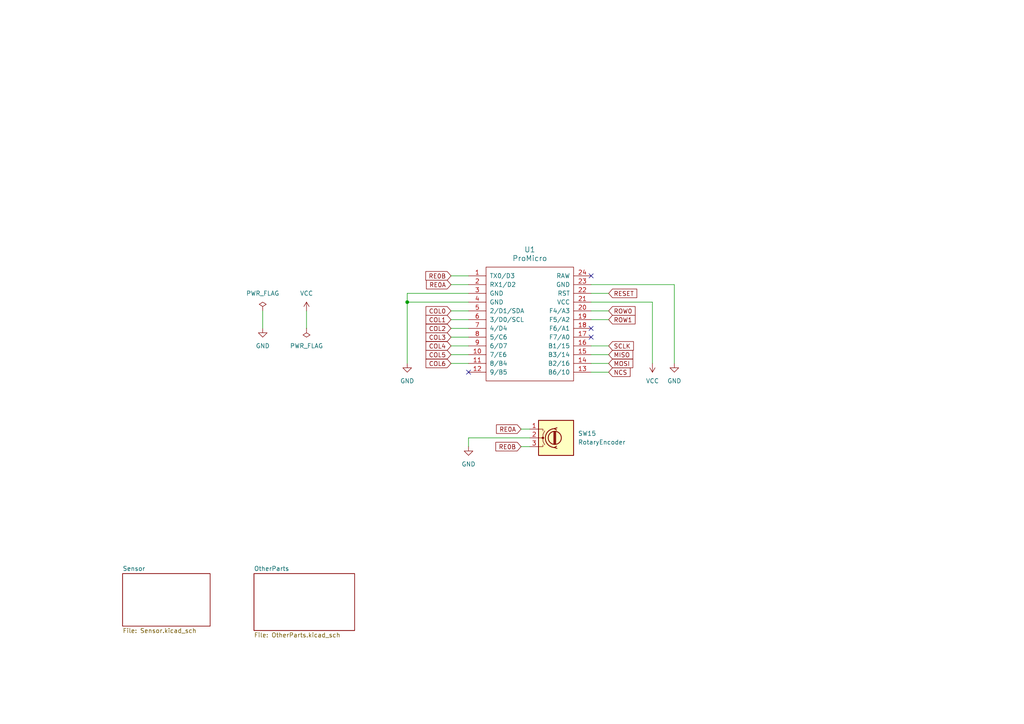
<source format=kicad_sch>
(kicad_sch (version 20230121) (generator eeschema)
  (paper "A4")
  (lib_symbols
    (symbol "Device:RotaryEncoder" (pin_names (offset 0.254) hide)
      (property "Reference" "SW15" (at 6.35 1.27 0))
      (property "Value" "RotaryEncoder" (at 6.35 -1.27 0))
      (symbol "RotaryEncoder_0_1"
        (rectangle (start -5.08 5.08) (end 5.08 -5.08) (stroke (width 0.254)) (fill (type background)))
        (circle (center -3.81 0) (radius 0.254) (fill (type outline)))
        (circle (center -0.381 0) (radius 1.905) (stroke (width 0.254)))
        (arc (start -0.381 2.667) (mid -3.0988 -0.0635) (end -0.381 -2.794) (stroke (width 0.254)))
        (polyline (pts (xy -0.635 -1.778) (xy -0.635 1.778)) (stroke (width 0.254)))
        (polyline (pts (xy -0.381 -1.778) (xy -0.381 1.778)) (stroke (width 0.254)))
        (polyline (pts (xy -0.127 1.778) (xy -0.127 -1.778)) (stroke (width 0.254)))
        (polyline (pts (xy -5.08 -2.54) (xy -3.81 -2.54) (xy -3.81 -2.032)))
        (polyline (pts (xy -5.08 2.54) (xy -3.81 2.54) (xy -3.81 2.032)))
        (polyline (pts (xy 0.254 -3.048) (xy -0.508 -2.794) (xy 0.127 -2.413)) (stroke (width 0.254)))
        (polyline (pts (xy 0.254 2.921) (xy -0.508 2.667) (xy 0.127 2.286)) (stroke (width 0.254)))
        (polyline (pts (xy -5.08 0) (xy -3.81 0) (xy -3.81 -1.016) (xy -3.302 -2.032)))
        (polyline (pts (xy -4.318 0) (xy -3.81 0) (xy -3.81 1.016) (xy -3.302 2.032)))
      )
      (symbol "RotaryEncoder_1_1"
        (pin passive line (at -7.62 2.54 0) (length 2.54) (name "A") (number "1"))
        (pin passive line (at -7.62 0 0) (length 2.54) (name "2") (number "2"))
        (pin passive line (at -7.62 -2.54 0) (length 2.54) (name "3") (number "3"))
      )
    )
    (symbol "kbd:ProMicro" (pin_names (offset 1.016))
      (property "Reference" "U" (at 0 19.05 0))
      (property "Value" "ProMicro" (at 0 -19.05 0))
      (symbol "ProMicro_0_1"
        (rectangle (start -12.7 16.51) (end 12.7 -16.51))
      )
      (symbol "ProMicro_1_1"
        (pin bidirectional line (at -17.78 13.97 0) (length 5.08) (name "TX0/D3") (number "1"))
        (pin bidirectional line (at -17.78 -8.89 0) (length 5.08) (name "7/E6") (number "10"))
        (pin bidirectional line (at -17.78 -11.43 0) (length 5.08) (name "8/B4") (number "11"))
        (pin bidirectional line (at -17.78 -13.97 0) (length 5.08) (name "9/B5") (number "12"))
        (pin bidirectional line (at 17.78 -13.97 180) (length 5.08) (name "B6/10") (number "13"))
        (pin bidirectional line (at 17.78 -11.43 180) (length 5.08) (name "B2/16") (number "14"))
        (pin bidirectional line (at 17.78 -8.89 180) (length 5.08) (name "B3/14") (number "15"))
        (pin bidirectional line (at 17.78 -6.35 180) (length 5.08) (name "B1/15") (number "16"))
        (pin bidirectional line (at 17.78 -3.81 180) (length 5.08) (name "F7/A0") (number "17"))
        (pin bidirectional line (at 17.78 -1.27 180) (length 5.08) (name "F6/A1") (number "18"))
        (pin bidirectional line (at 17.78 1.27 180) (length 5.08) (name "F5/A2") (number "19"))
        (pin bidirectional line (at -17.78 11.43 0) (length 5.08) (name "RX1/D2") (number "2"))
        (pin bidirectional line (at 17.78 3.81 180) (length 5.08) (name "F4/A3") (number "20"))
        (pin power_in line (at 17.78 6.35 180) (length 5.08) (name "VCC") (number "21"))
        (pin input line (at 17.78 8.89 180) (length 5.08) (name "RST") (number "22"))
        (pin power_in line (at 17.78 11.43 180) (length 5.08) (name "GND") (number "23"))
        (pin power_out line (at 17.78 13.97 180) (length 5.08) (name "RAW") (number "24"))
        (pin power_in line (at -17.78 8.89 0) (length 5.08) (name "GND") (number "3"))
        (pin power_in line (at -17.78 6.35 0) (length 5.08) (name "GND") (number "4"))
        (pin bidirectional line (at -17.78 3.81 0) (length 5.08) (name "2/D1/SDA") (number "5"))
        (pin bidirectional line (at -17.78 1.27 0) (length 5.08) (name "3/D0/SCL") (number "6"))
        (pin bidirectional line (at -17.78 -1.27 0) (length 5.08) (name "4/D4") (number "7"))
        (pin bidirectional line (at -17.78 -3.81 0) (length 5.08) (name "5/C6") (number "8"))
        (pin bidirectional line (at -17.78 -6.35 0) (length 5.08) (name "6/D7") (number "9"))
      )
    )
    (symbol "power:GND" (power) (pin_names (offset 0))
      (property "Value" "GND" (at 0 -3.81 0))
      (symbol "GND_0_1"
        (polyline (pts (xy 0 0) (xy 0 -1.27) (xy 1.27 -1.27) (xy 0 -2.54) (xy -1.27 -1.27) (xy 0 -1.27)))
      )
      (symbol "GND_1_1"
        (pin power_in line (at 0 0 270) (length 0) hide (name "GND") (number "1"))
      )
    )
    (symbol "power:PWR_FLAG" (power) (pin_numbers hide) (pin_names (offset 0) hide)
      (property "Value" "PWR_FLAG" (at 0 3.81 0))
      (symbol "PWR_FLAG_0_0"
        (pin power_out line (at 0 0 90) (length 0) (name "pwr") (number "1"))
      )
      (symbol "PWR_FLAG_0_1"
        (polyline (pts (xy 0 0) (xy 0 1.27) (xy -1.016 1.905) (xy 0 2.54) (xy 1.016 1.905) (xy 0 1.27)))
      )
    )
    (symbol "power:VCC" (power) (pin_names (offset 0))
      (property "Value" "VCC" (at 0 3.81 0))
      (symbol "VCC_0_1"
        (polyline (pts (xy -0.762 1.27) (xy 0 2.54)))
        (polyline (pts (xy 0 0) (xy 0 2.54)))
        (polyline (pts (xy 0 2.54) (xy 0.762 1.27)))
      )
      (symbol "VCC_1_1"
        (pin power_in line (at 0 0 90) (length 0) hide (name "VCC") (number "1"))
      )
    )
  )
  (junction (at 118.11 87.63))
  (no_connect (at 171.45 97.79))
  (no_connect (at 171.45 95.25))
  (no_connect (at 135.89 107.95))
  (no_connect (at 171.45 80.01))
  (wire (pts (xy 130.81 80.01) (xy 135.89 80.01)))
  (wire (pts (xy 135.89 127) (xy 153.67 127)))
  (wire (pts (xy 118.11 87.63) (xy 135.89 87.63)))
  (wire (pts (xy 176.53 90.17) (xy 171.45 90.17)))
  (wire (pts (xy 130.81 102.87) (xy 135.89 102.87)))
  (wire (pts (xy 135.89 85.09) (xy 118.11 85.09)))
  (wire (pts (xy 130.81 92.71) (xy 135.89 92.71)))
  (wire (pts (xy 176.53 102.87) (xy 171.45 102.87)))
  (wire (pts (xy 195.58 82.55) (xy 171.45 82.55)))
  (wire (pts (xy 88.9 90.17) (xy 88.9 95.25)))
  (wire (pts (xy 130.81 82.55) (xy 135.89 82.55)))
  (wire (pts (xy 151.13 129.54) (xy 153.67 129.54)))
  (wire (pts (xy 171.45 87.63) (xy 189.23 87.63)))
  (wire (pts (xy 76.2 90.17) (xy 76.2 95.25)))
  (wire (pts (xy 118.11 87.63) (xy 118.11 105.41)))
  (wire (pts (xy 176.53 105.41) (xy 171.45 105.41)))
  (wire (pts (xy 189.23 87.63) (xy 189.23 105.41)))
  (wire (pts (xy 176.53 107.95) (xy 171.45 107.95)))
  (wire (pts (xy 130.81 90.17) (xy 135.89 90.17)))
  (wire (pts (xy 130.81 97.79) (xy 135.89 97.79)))
  (wire (pts (xy 195.58 82.55) (xy 195.58 105.41)))
  (wire (pts (xy 171.45 85.09) (xy 176.53 85.09)))
  (wire (pts (xy 176.53 92.71) (xy 171.45 92.71)))
  (wire (pts (xy 118.11 85.09) (xy 118.11 87.63)))
  (wire (pts (xy 176.53 100.33) (xy 171.45 100.33)))
  (wire (pts (xy 130.81 100.33) (xy 135.89 100.33)))
  (wire (pts (xy 130.81 105.41) (xy 135.89 105.41)))
  (wire (pts (xy 130.81 95.25) (xy 135.89 95.25)))
  (wire (pts (xy 151.13 124.46) (xy 153.67 124.46)))
  (wire (pts (xy 135.89 129.54) (xy 135.89 127)))
  (global_label "RE0A" (shape input) (at 130.81 82.55 180) (property "Intersheetrefs" "${INTERSHEET_REFS}" (effects hide)))
  (global_label "COL6" (shape input) (at 130.81 105.41 180) (property "Intersheetrefs" "${INTERSHEET_REFS}" (effects hide)))
  (global_label "ROW1" (shape input) (at 176.53 92.71 0) (property "Intersheetrefs" "${INTERSHEET_REFS}" (effects hide)))
  (global_label "RE0B" (shape input) (at 151.13 129.54 180) (property "Intersheetrefs" "${INTERSHEET_REFS}" (effects hide)))
  (global_label "COL5" (shape input) (at 130.81 102.87 180) (property "Intersheetrefs" "${INTERSHEET_REFS}" (effects hide)))
  (global_label "MOSI" (shape input) (at 176.53 105.41 0) (property "Intersheetrefs" "${INTERSHEET_REFS}" (effects hide)))
  (global_label "COL3" (shape input) (at 130.81 97.79 180) (property "Intersheetrefs" "${INTERSHEET_REFS}" (effects hide)))
  (global_label "RE0B" (shape input) (at 130.81 80.01 180) (property "Intersheetrefs" "${INTERSHEET_REFS}" (effects hide)))
  (global_label "COL0" (shape input) (at 130.81 90.17 180) (property "Intersheetrefs" "${INTERSHEET_REFS}" (effects hide)))
  (global_label "COL4" (shape input) (at 130.81 100.33 180) (property "Intersheetrefs" "${INTERSHEET_REFS}" (effects hide)))
  (global_label "SCLK" (shape input) (at 176.53 100.33 0) (property "Intersheetrefs" "${INTERSHEET_REFS}" (effects hide)))
  (global_label "RESET" (shape input) (at 176.53 85.09 0) (property "Intersheetrefs" "${INTERSHEET_REFS}" (effects hide)))
  (global_label "MISO" (shape input) (at 176.53 102.87 0) (property "Intersheetrefs" "${INTERSHEET_REFS}" (effects hide)))
  (global_label "ROW0" (shape input) (at 176.53 90.17 0) (property "Intersheetrefs" "${INTERSHEET_REFS}" (effects hide)))
  (global_label "NCS" (shape input) (at 176.53 107.95 0) (property "Intersheetrefs" "${INTERSHEET_REFS}" (effects hide)))
  (global_label "RE0A" (shape input) (at 151.13 124.46 180) (property "Intersheetrefs" "${INTERSHEET_REFS}" (effects hide)))
  (global_label "COL1" (shape input) (at 130.81 92.71 180) (property "Intersheetrefs" "${INTERSHEET_REFS}" (effects hide)))
  (global_label "COL2" (shape input) (at 130.81 95.25 180) (property "Intersheetrefs" "${INTERSHEET_REFS}" (effects hide)))
  (symbol (lib_id "power:PWR_FLAG") (at 76.2 90.17 0) (unit 1)
    (property "Reference" "#FLG02" (effects hide))
    (property "Value" "PWR_FLAG" (at 76.2 85.09 0))
  )
  (symbol (lib_id "Device:RotaryEncoder") (at 161.29 127 0) (unit 1)
    (property "Reference" "SW15" (at 167.64 125.73 0) (effects (justify left)))
    (property "Value" "RotaryEncoder" (at 167.64 128.27 0) (effects (justify left)))
    (property "Footprint" "0:SW-TH_CEN971112R02" (effects hide))
  )
  (symbol (lib_id "kbd:ProMicro") (at 153.67 93.98 0) (unit 1)
    (property "Reference" "U1" (at 153.67 72.39 0) (effects (font (size 1.524 1.524))))
    (property "Value" "ProMicro" (at 153.67 74.93 0) (effects (font (size 1.524 1.524))))
    (property "Footprint" "Keebio Lib:ArduinoProMicro" (effects hide))
  )
  (symbol (lib_id "power:GND") (at 135.89 129.54 0) (unit 1)
    (property "Reference" "#PWR04" (effects hide))
    (property "Value" "GND" (at 135.89 134.62 0))
  )
  (symbol (lib_id "power:GND") (at 76.2 95.25 0) (unit 1)
    (property "Reference" "#PWR06" (effects hide))
    (property "Value" "GND" (at 76.2 100.33 0))
  )
  (symbol (lib_id "power:VCC") (at 189.23 105.41 0) (mirror x) (unit 1)
    (property "Reference" "#PWR02" (effects hide))
    (property "Value" "VCC" (at 189.23 110.49 0))
  )
  (symbol (lib_id "power:GND") (at 118.11 105.41 0) (unit 1)
    (property "Reference" "#PWR01" (effects hide))
    (property "Value" "GND" (at 118.11 110.49 0))
  )
  (symbol (lib_id "power:PWR_FLAG") (at 88.9 95.25 0) (mirror x) (unit 1)
    (property "Reference" "#FLG01" (effects hide))
    (property "Value" "PWR_FLAG" (at 88.9 100.33 0))
  )
  (symbol (lib_id "power:VCC") (at 88.9 90.17 0) (unit 1)
    (property "Reference" "#PWR07" (effects hide))
    (property "Value" "VCC" (at 88.9 85.09 0))
  )
  (symbol (lib_id "power:GND") (at 195.58 105.41 0) (unit 1)
    (property "Reference" "#PWR03" (effects hide))
    (property "Value" "GND" (at 195.58 110.49 0))
  )
  (sheet (at 35.56 166.37) (size 25.4 15.24) (stroke (width 0.1524))
    (property "Sheetname" "Sensor" (at 35.56 165.6584 0) (effects (justify left bottom)))
    (property "Sheetfile" "Sensor.kicad_sch" (at 35.56 182.1946 0) (effects (justify left top)))
  )
  (sheet (at 73.66 166.37) (size 29.21 16.51) (stroke (width 0.1524))
    (property "Sheetname" "OtherParts" (at 73.66 165.6584 0) (effects (justify left bottom)))
    (property "Sheetfile" "OtherParts.kicad_sch" (at 73.66 183.4646 0) (effects (justify left top)))
  )
)
</source>
